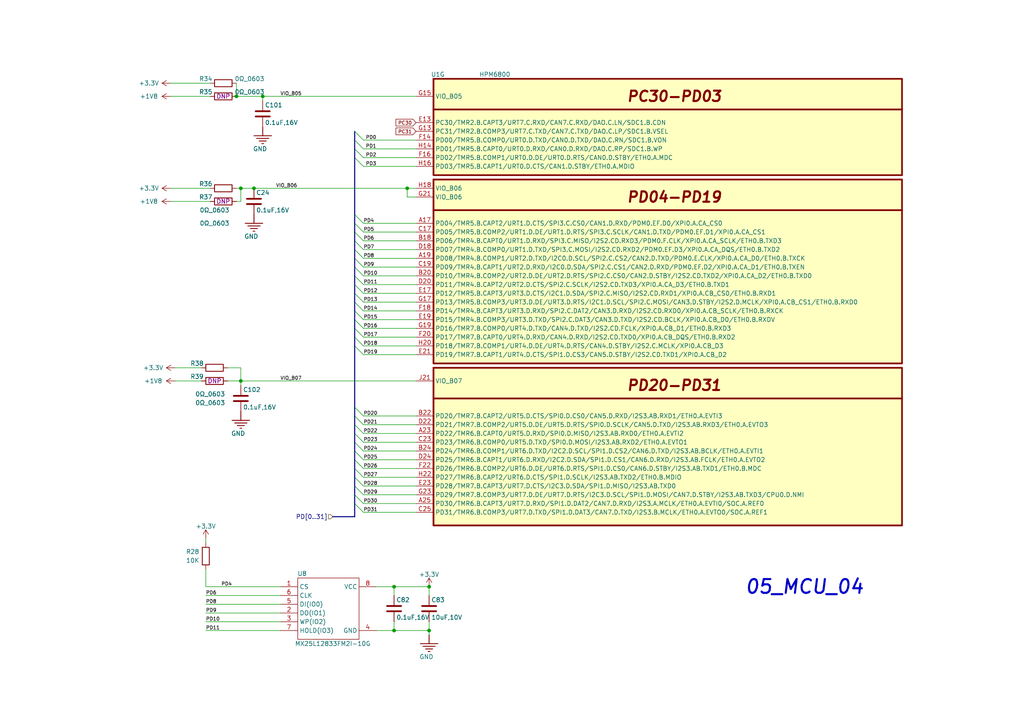
<source format=kicad_sch>
(kicad_sch (version 20230121) (generator eeschema)
  (paper "A4")
  (junction (at 73.66 54.61))
  (junction (at 76.2 27.94))
  (junction (at 124.46 182.88))
  (junction (at 114.3 182.88))
  (junction (at 68.58 27.94))
  (junction (at 69.85 110.49))
  (junction (at 69.85 54.61))
  (junction (at 114.3 170.18))
  (junction (at 124.46 170.18))
  (junction (at 118.11 54.61))
  (bus_entry (at 102.87 123.19) (size 2.54 2.54))
  (bus_entry (at 102.87 38.1) (size 2.54 2.54))
  (bus_entry (at 102.87 69.85) (size 2.54 2.54))
  (bus_entry (at 102.87 133.35) (size 2.54 2.54))
  (bus_entry (at 102.87 74.93) (size 2.54 2.54))
  (bus_entry (at 102.87 138.43) (size 2.54 2.54))
  (bus_entry (at 102.87 90.17) (size 2.54 2.54))
  (bus_entry (at 102.87 62.23) (size 2.54 2.54))
  (bus_entry (at 102.87 130.81) (size 2.54 2.54))
  (bus_entry (at 102.87 45.72) (size 2.54 2.54))
  (bus_entry (at 102.87 82.55) (size 2.54 2.54))
  (bus_entry (at 102.87 140.97) (size 2.54 2.54))
  (bus_entry (at 102.87 64.77) (size 2.54 2.54))
  (bus_entry (at 102.87 40.64) (size 2.54 2.54))
  (bus_entry (at 102.87 120.65) (size 2.54 2.54))
  (bus_entry (at 102.87 95.25) (size 2.54 2.54))
  (bus_entry (at 102.87 85.09) (size 2.54 2.54))
  (bus_entry (at 102.87 92.71) (size 2.54 2.54))
  (bus_entry (at 102.87 67.31) (size 2.54 2.54))
  (bus_entry (at 102.87 100.33) (size 2.54 2.54))
  (bus_entry (at 102.87 146.05) (size 2.54 2.54))
  (bus_entry (at 102.87 80.01) (size 2.54 2.54))
  (bus_entry (at 102.87 143.51) (size 2.54 2.54))
  (bus_entry (at 102.87 77.47) (size 2.54 2.54))
  (bus_entry (at 102.87 135.89) (size 2.54 2.54))
  (bus_entry (at 102.87 87.63) (size 2.54 2.54))
  (bus_entry (at 102.87 128.27) (size 2.54 2.54))
  (bus_entry (at 102.87 97.79) (size 2.54 2.54))
  (bus_entry (at 102.87 118.11) (size 2.54 2.54))
  (bus_entry (at 102.87 43.18) (size 2.54 2.54))
  (bus_entry (at 102.87 125.73) (size 2.54 2.54))
  (bus_entry (at 102.87 72.39) (size 2.54 2.54))
  (wire (pts (xy 59.69 175.26) (xy 81.28 175.26)) (stroke (width 0.15)))
  (wire (pts (xy 105.41 135.89) (xy 120.65 135.89)) (stroke (width 0.15)))
  (wire (pts (xy 105.41 102.87) (xy 120.65 102.87)) (stroke (width 0.15)))
  (wire (pts (xy 49.53 27.94) (xy 60.96 27.94)) (stroke (width 0.15)))
  (bus (pts (xy 102.87 74.93) (xy 102.87 77.47)))
  (bus (pts (xy 102.87 100.33) (xy 102.87 118.11)))
  (wire (pts (xy 105.41 148.59) (xy 120.65 148.59)) (stroke (width 0.15)))
  (wire (pts (xy 105.41 82.55) (xy 120.65 82.55)) (stroke (width 0.15)))
  (wire (pts (xy 105.41 130.81) (xy 120.65 130.81)))
  (bus (pts (xy 102.87 62.23) (xy 102.87 64.77)))
  (wire (pts (xy 105.41 90.17) (xy 120.65 90.17)))
  (wire (pts (xy 114.3 170.18) (xy 114.3 172.72)) (stroke (width 0.15)))
  (wire (pts (xy 59.69 170.18) (xy 59.69 165.1)) (stroke (width 0.15)))
  (bus (pts (xy 102.87 130.81) (xy 102.87 133.35)))
  (bus (pts (xy 102.87 90.17) (xy 102.87 92.71)))
  (bus (pts (xy 102.87 67.31) (xy 102.87 69.85)))
  (wire (pts (xy 105.41 143.51) (xy 120.65 143.51)) (stroke (width 0.15)))
  (wire (pts (xy 105.41 64.77) (xy 120.65 64.77)))
  (wire (pts (xy 69.85 110.49) (xy 120.65 110.49)) (stroke (width 0.15)))
  (wire (pts (xy 105.41 67.31) (xy 120.65 67.31)))
  (bus (pts (xy 102.87 43.18) (xy 102.87 45.72)))
  (wire (pts (xy 69.85 106.68) (xy 69.85 110.49)) (stroke (width 0.15)))
  (wire (pts (xy 49.53 58.42) (xy 60.96 58.42)) (stroke (width 0.15)))
  (bus (pts (xy 102.87 135.89) (xy 102.87 138.43)))
  (bus (pts (xy 102.87 140.97) (xy 102.87 143.51)))
  (bus (pts (xy 102.87 87.63) (xy 102.87 90.17)))
  (wire (pts (xy 66.04 106.68) (xy 69.85 106.68)) (stroke (width 0.15)))
  (wire (pts (xy 59.69 180.34) (xy 81.28 180.34)) (stroke (width 0.15)))
  (wire (pts (xy 124.46 182.88) (xy 124.46 184.15)) (stroke (width 0.15)))
  (bus (pts (xy 102.87 123.19) (xy 102.87 125.73)))
  (bus (pts (xy 102.87 133.35) (xy 102.87 135.89)))
  (wire (pts (xy 105.41 85.09) (xy 120.65 85.09)) (stroke (width 0.15)))
  (bus (pts (xy 102.87 45.72) (xy 102.87 62.23)))
  (wire (pts (xy 105.41 146.05) (xy 120.65 146.05)) (stroke (width 0.15)))
  (wire (pts (xy 49.53 54.61) (xy 60.96 54.61)) (stroke (width 0.15)))
  (wire (pts (xy 50.8 110.49) (xy 58.42 110.49)) (stroke (width 0.15)))
  (wire (pts (xy 68.58 24.13) (xy 68.58 27.94)) (stroke (width 0.15)))
  (wire (pts (xy 105.41 74.93) (xy 120.65 74.93)))
  (bus (pts (xy 102.87 38.1) (xy 102.87 40.64)))
  (bus (pts (xy 102.87 120.65) (xy 102.87 123.19)))
  (bus (pts (xy 102.87 72.39) (xy 102.87 74.93)))
  (wire (pts (xy 69.85 58.42) (xy 69.85 54.61)) (stroke (width 0.15)))
  (bus (pts (xy 96.52 149.86) (xy 102.87 149.86)))
  (wire (pts (xy 68.58 27.94) (xy 76.2 27.94)) (stroke (width 0.15)))
  (wire (pts (xy 76.2 27.94) (xy 120.65 27.94)) (stroke (width 0.15)))
  (wire (pts (xy 114.3 180.34) (xy 114.3 182.88)) (stroke (width 0.15)))
  (wire (pts (xy 105.41 120.65) (xy 120.65 120.65)))
  (wire (pts (xy 105.41 92.71) (xy 120.65 92.71)))
  (wire (pts (xy 114.3 170.18) (xy 124.46 170.18)) (stroke (width 0.15)))
  (wire (pts (xy 109.22 182.88) (xy 114.3 182.88)) (stroke (width 0.15)))
  (wire (pts (xy 105.41 80.01) (xy 120.65 80.01)) (stroke (width 0.15)))
  (wire (pts (xy 59.69 170.18) (xy 81.28 170.18)) (stroke (width 0.15)))
  (wire (pts (xy 105.41 133.35) (xy 120.65 133.35)))
  (wire (pts (xy 105.41 40.64) (xy 120.65 40.64)))
  (wire (pts (xy 105.41 87.63) (xy 120.65 87.63)) (stroke (width 0.15)))
  (wire (pts (xy 105.41 48.26) (xy 120.65 48.26)))
  (bus (pts (xy 102.87 138.43) (xy 102.87 140.97)))
  (bus (pts (xy 102.87 128.27) (xy 102.87 130.81)))
  (wire (pts (xy 105.41 72.39) (xy 120.65 72.39)) (stroke (width 0.15)))
  (wire (pts (xy 69.85 54.61) (xy 73.66 54.61)) (stroke (width 0.15)))
  (wire (pts (xy 59.69 182.88) (xy 81.28 182.88)) (stroke (width 0.15)))
  (bus (pts (xy 102.87 64.77) (xy 102.87 67.31)))
  (wire (pts (xy 124.46 180.34) (xy 124.46 182.88)) (stroke (width 0.15)))
  (wire (pts (xy 68.58 54.61) (xy 69.85 54.61)) (stroke (width 0.15)))
  (bus (pts (xy 102.87 95.25) (xy 102.87 97.79)))
  (bus (pts (xy 102.87 118.11) (xy 102.87 120.65)))
  (bus (pts (xy 102.87 125.73) (xy 102.87 128.27)))
  (wire (pts (xy 80.01 54.61) (xy 118.11 54.61)))
  (bus (pts (xy 102.87 143.51) (xy 102.87 146.05)))
  (bus (pts (xy 102.87 77.47) (xy 102.87 80.01)))
  (wire (pts (xy 105.41 140.97) (xy 120.65 140.97)) (stroke (width 0.15)))
  (wire (pts (xy 66.04 110.49) (xy 69.85 110.49)))
  (bus (pts (xy 102.87 69.85) (xy 102.87 72.39)))
  (wire (pts (xy 105.41 43.18) (xy 120.65 43.18)))
  (wire (pts (xy 49.53 24.13) (xy 60.96 24.13)) (stroke (width 0.15)))
  (wire (pts (xy 105.41 128.27) (xy 120.65 128.27)) (stroke (width 0.15)))
  (wire (pts (xy 109.22 170.18) (xy 114.3 170.18)) (stroke (width 0.15)))
  (wire (pts (xy 105.41 138.43) (xy 120.65 138.43)) (stroke (width 0.15)))
  (wire (pts (xy 105.41 69.85) (xy 120.65 69.85)) (stroke (width 0.15)))
  (wire (pts (xy 59.69 177.8) (xy 81.28 177.8)) (stroke (width 0.15)))
  (wire (pts (xy 118.11 54.61) (xy 120.65 54.61)))
  (wire (pts (xy 120.65 57.15) (xy 118.11 57.15)))
  (wire (pts (xy 118.11 57.15) (xy 118.11 54.61)))
  (wire (pts (xy 50.8 106.68) (xy 58.42 106.68)) (stroke (width 0.15)))
  (bus (pts (xy 102.87 40.64) (xy 102.87 43.18)))
  (wire (pts (xy 105.41 95.25) (xy 120.65 95.25)))
  (bus (pts (xy 102.87 80.01) (xy 102.87 82.55)))
  (wire (pts (xy 76.2 27.94) (xy 76.2 29.21)))
  (bus (pts (xy 102.87 85.09) (xy 102.87 87.63)))
  (wire (pts (xy 68.58 58.42) (xy 69.85 58.42)) (stroke (width 0.15)))
  (wire (pts (xy 59.69 172.72) (xy 81.28 172.72)) (stroke (width 0.15)))
  (wire (pts (xy 73.66 54.61) (xy 80.01 54.61)) (stroke (width 0.15)))
  (bus (pts (xy 102.87 92.71) (xy 102.87 95.25)))
  (wire (pts (xy 124.46 170.18) (xy 124.46 172.72)) (stroke (width 0.15)))
  (wire (pts (xy 69.85 110.49) (xy 69.85 111.76)))
  (wire (pts (xy 105.41 97.79) (xy 120.65 97.79)))
  (wire (pts (xy 114.3 182.88) (xy 124.46 182.88)) (stroke (width 0.15)))
  (bus (pts (xy 102.87 82.55) (xy 102.87 85.09)))
  (wire (pts (xy 105.41 123.19) (xy 120.65 123.19)))
  (wire (pts (xy 105.41 45.72) (xy 120.65 45.72)))
  (wire (pts (xy 105.41 125.73) (xy 120.65 125.73)) (stroke (width 0.15)))
  (bus (pts (xy 102.87 146.05) (xy 102.87 149.86)))
  (wire (pts (xy 59.69 156.21) (xy 59.69 157.48)))
  (bus (pts (xy 102.87 97.79) (xy 102.87 100.33)))
  (wire (pts (xy 105.41 100.33) (xy 120.65 100.33)) (stroke (width 0.15)))
  (wire (pts (xy 105.41 77.47) (xy 120.65 77.47)))
  (text "05_MCU_04\n" (at 215.9 172.72 0) (effects (font (size 4 4) (thickness 0.6) bold italic) (justify left bottom)))
  (label "PD0" (at 106.045 40.64 0) (effects (font (size 1 1))) (property "Intersheetrefs" "${INTERSHEET_REFS}" (effects hide)))
  (label "PD4" (at 105.41 64.77 0) (effects (font (size 1 1))) (property "Intersheetrefs" "${INTERSHEET_REFS}" (effects hide)))
  (label "PD19" (at 105.41 102.87 0) (effects (font (size 1 1))))
  (label "PD18" (at 105.41 100.33 0) (effects (font (size 1 1))))
  (label "PD7" (at 105.41 72.39 0) (effects (font (size 1 1))))
  (label "PD17" (at 105.41 97.79 0) (effects (font (size 1 1))) (property "Intersheetrefs" "${INTERSHEET_REFS}" (effects hide)))
  (label "PD3" (at 106.045 48.26 0) (effects (font (size 1 1))))
  (label "PD4" (at 67.31 170.18 180) (effects (font (size 1 1))))
  (label "PD5" (at 105.41 67.31 0) (effects (font (size 1 1))) (property "Intersheetrefs" "${INTERSHEET_REFS}" (effects hide)))
  (label "PD13" (at 105.41 87.63 0) (effects (font (size 1 1))))
  (label "PD15" (at 105.41 92.71 0) (effects (font (size 1 1))) (property "Intersheetrefs" "${INTERSHEET_REFS}" (effects hide)))
  (label "PD25" (at 105.41 133.35 0) (effects (font (size 1 1))) (property "Intersheetrefs" "${INTERSHEET_REFS}" (effects hide)))
  (label "PD11" (at 105.41 82.55 0) (effects (font (size 1 1))))
  (label "PD8" (at 105.41 74.93 0) (effects (font (size 1 1))) (property "Intersheetrefs" "${INTERSHEET_REFS}" (effects hide)))
  (label "PD23" (at 105.41 128.27 0) (effects (font (size 1 1))))
  (label "PD29" (at 105.41 143.51 0) (effects (font (size 1 1))))
  (label "VIO_B07" (at 81.28 110.49 0) (effects (font (size 1 1))))
  (label "PD9" (at 59.69 177.8 0) (effects (font (size 1 1))))
  (label "PD10" (at 105.41 80.01 0) (effects (font (size 1 1))))
  (label "PD31" (at 105.41 148.59 0) (effects (font (size 1 1))))
  (label "PD30" (at 105.41 146.05 0) (effects (font (size 1 1))))
  (label "PD8" (at 59.69 175.26 0) (effects (font (size 1 1))))
  (label "PD11" (at 59.69 182.88 0) (effects (font (size 1 1))))
  (label "PD6" (at 59.69 172.72 0) (effects (font (size 1 1))))
  (label "PD9" (at 105.41 77.47 0) (effects (font (size 1 1))) (property "Intersheetrefs" "${INTERSHEET_REFS}" (effects hide)))
  (label "VIO_B06" (at 80.01 54.61 0) (effects (font (size 1 1))))
  (label "PD16" (at 105.41 95.25 0) (effects (font (size 1 1))) (property "Intersheetrefs" "${INTERSHEET_REFS}" (effects hide)))
  (label "PD20" (at 105.41 120.65 0) (effects (font (size 1 1))) (property "Intersheetrefs" "${INTERSHEET_REFS}" (effects hide)))
  (label "PD2" (at 106.045 45.72 0) (effects (font (size 1 1))))
  (label "PD6" (at 105.41 69.85 0) (effects (font (size 1 1))))
  (label "PD24" (at 105.41 130.81 0) (effects (font (size 1 1))) (property "Intersheetrefs" "${INTERSHEET_REFS}" (effects hide)))
  (label "PD27" (at 105.41 138.43 0) (effects (font (size 1 1))))
  (label "PD12" (at 105.41 85.09 0) (effects (font (size 1 1))))
  (label "PD10" (at 59.69 180.34 0) (effects (font (size 1 1))))
  (label "PD26" (at 105.41 135.89 0) (effects (font (size 1 1))))
  (label "PD1" (at 106.045 43.18 0) (effects (font (size 1 1))) (property "Intersheetrefs" "${INTERSHEET_REFS}" (effects hide)))
  (label "PD28" (at 105.41 140.97 0) (effects (font (size 1 1))))
  (label "VIO_B05" (at 81.28 27.94 0) (effects (font (size 1 1))))
  (label "PD22" (at 105.41 125.73 0) (effects (font (size 1 1))))
  (label "PD14" (at 105.41 90.17 0) (effects (font (size 1 1))) (property "Intersheetrefs" "${INTERSHEET_REFS}" (effects hide)))
  (label "PD21" (at 105.41 123.19 0) (effects (font (size 1 1))) (property "Intersheetrefs" "${INTERSHEET_REFS}" (effects hide)))
  (global_label "PC30" (shape input) (at 120.65 35.56 180) (effects (font (size 1 1))) (property "Intersheetrefs" "${INTERSHEET_REFS}" (effects hide)))
  (global_label "PC31" (shape input) (at 120.65 38.1 180) (effects (font (size 1 1))) (property "Intersheetrefs" "${INTERSHEET_REFS}" (effects hide)))
  (hierarchical_label "PD[0..31]" (shape input) (at 96.52 149.86 180))
  (symbol (lib_id "333-altium-import:GND") (at 76.2 36.83 0) (unit 1)
    (property "Reference" "#PWR0124" (effects hide))
    (property "Value" "GND" (at 77.47 43.18 0) (effects (justify right)))
  )
  (symbol (lib_name "0.1uF,16V_3") (lib_id "03_HPM_Capacitance:0.1uF,16V") (at 76.2 33.02 0) (unit 1)
    (property "Reference" "C101" (at 76.835 30.48 0) (effects (justify left)))
    (property "Value" "0.1uF,16V" (at 76.835 35.56 0) (effects (justify left)))
    (property "Footprint" "03_HPM_Capacitance:C_0402" (effects hide))
    (property "Model" "CL05B104KO5NNNC" (effects hide))
    (property "Company" "SAMSUNG(三星)" (effects hide))
  )
  (symbol (lib_name "0.1uF,16V_1") (lib_id "03_HPM_Capacitance:0.1uF,16V") (at 114.3 176.53 0) (unit 1)
    (property "Reference" "C82" (at 114.935 173.99 0) (effects (justify left)))
    (property "Value" "0.1uF,16V" (at 114.935 179.07 0) (effects (justify left)))
    (property "Footprint" "03_HPM_Capacitance:C_0402" (effects hide))
    (property "Model" "CL05B104KO5NNNC" (effects hide))
    (property "Company" "SAMSUNG(三星)" (effects hide))
  )
  (symbol (lib_id "power:+3.3V") (at 49.53 54.61 90) (unit 1)
    (property "Reference" "#PWR0217" (effects hide))
    (property "Value" "+3.3V" (at 43.18 54.61 90))
  )
  (symbol (lib_id "333-altium-import:GND") (at 124.46 184.15 0) (unit 1)
    (property "Reference" "#PWR0196" (effects hide))
    (property "Value" "GND" (at 125.73 190.5 0) (effects (justify right)))
  )
  (symbol (lib_id "power:+1V8") (at 50.8 110.49 90) (unit 1)
    (property "Reference" "#PWR0213" (effects hide))
    (property "Value" "+1V8" (at 44.45 110.49 90))
  )
  (symbol (lib_id "power:+1V8") (at 49.53 27.94 90) (unit 1)
    (property "Reference" "#PWR0215" (effects hide))
    (property "Value" "+1V8" (at 43.18 27.94 90))
  )
  (symbol (lib_id "power:+3.3V") (at 50.8 106.68 90) (unit 1)
    (property "Reference" "#PWR0212" (effects hide))
    (property "Value" "+3.3V" (at 44.45 106.68 90))
  )
  (symbol (lib_id "02_HPM_Resistor:0Ω_0603") (at 62.23 110.49 0) (unit 1)
    (property "Reference" "R39" (at 57.15 109.22 0))
    (property "Value" "0Ω_0603" (at 60.96 116.84 0))
    (property "Footprint" "02_HPM_Resistor:R_0603" (effects hide))
    (property "Model" "0603WAF0000T5E" (effects hide))
    (property "Company" "UNI-ROYAL(厚声)" (effects hide))
    (property "ASSY_OPT" "DNP" (at 62.23 110.49 0))
  )
  (symbol (lib_id "02_HPM_Resistor:0Ω_0603") (at 62.23 106.68 0) (unit 1)
    (property "Reference" "R38" (at 57.15 105.41 0))
    (property "Value" "0Ω_0603" (at 60.96 114.3 0))
    (property "Footprint" "02_HPM_Resistor:R_0603_1608Metric" (effects hide))
    (property "Model" "0603WAF0000T5E" (effects hide))
    (property "Company" "UNI-ROYAL(厚声)" (effects hide))
  )
  (symbol (lib_id "power:+3.3V") (at 124.46 170.18 0) (unit 1)
    (property "Reference" "#PWR0195" (effects hide))
    (property "Value" "+3.3V" (at 124.46 166.624 0))
  )
  (symbol (lib_id "03_HPM_Capacitance:0.1uF,16V") (at 69.85 115.57 0) (unit 1)
    (property "Reference" "C102" (at 70.485 113.03 0) (effects (justify left)))
    (property "Value" "0.1uF,16V" (at 70.485 118.11 0) (effects (justify left)))
    (property "Footprint" "03_HPM_Capacitance:C_0402" (effects hide))
    (property "Model" "CL05B104KO5NNNC" (effects hide))
    (property "Company" "SAMSUNG(三星)" (effects hide))
  )
  (symbol (lib_id "00_HPM6800_Library:HPM6880IBD1") (at 261.62 22.86 0) (unit 7)
    (property "Reference" "U1" (at 127 21.59 0))
    (property "Value" "HPM6800" (at 143.51 21.59 0))
    (property "Footprint" "00_HPM_Library:BGA_417" (effects hide))
    (property "Company" "HPM" (effects hide))
  )
  (symbol (lib_id "02_HPM_Resistor:0Ω_0603") (at 64.77 27.94 0) (unit 1)
    (property "Reference" "R35" (at 59.69 26.67 0))
    (property "Value" "0Ω_0603" (at 72.39 26.67 0))
    (property "Footprint" "02_HPM_Resistor:R_0603" (effects hide))
    (property "Model" "0603WAF0000T5E" (effects hide))
    (property "Company" "UNI-ROYAL(厚声)" (effects hide))
    (property "ASSY_OPT" "DNP" (at 64.77 27.94 0))
  )
  (symbol (lib_id "333-altium-import:GND") (at 69.85 119.38 0) (unit 1)
    (property "Reference" "#PWR08" (effects hide))
    (property "Value" "GND" (at 71.12 125.73 0) (effects (justify right)))
  )
  (symbol (lib_id "333-altium-import:GND") (at 73.66 62.23 0) (unit 1)
    (property "Reference" "#PWR07" (effects hide))
    (property "Value" "GND" (at 74.93 68.58 0) (effects (justify right)))
  )
  (symbol (lib_id "power:+3.3V") (at 49.53 24.13 90) (unit 1)
    (property "Reference" "#PWR0214" (effects hide))
    (property "Value" "+3.3V" (at 43.18 24.13 90))
  )
  (symbol (lib_id "power:+3.3V") (at 59.69 156.21 0) (unit 1)
    (property "Reference" "#PWR0197" (effects hide))
    (property "Value" "+3.3V" (at 59.69 152.654 0))
  )
  (symbol (lib_id "02_HPM_Resistor:0Ω_0603") (at 64.77 24.13 0) (unit 1)
    (property "Reference" "R34" (at 59.69 22.86 0))
    (property "Value" "0Ω_0603" (at 72.39 22.86 0))
    (property "Footprint" "02_HPM_Resistor:R_0603_1608Metric" (effects hide))
    (property "Model" "0603WAF0000T5E" (effects hide))
    (property "Company" "UNI-ROYAL(厚声)" (effects hide))
  )
  (symbol (lib_id "power:+1V8") (at 49.53 58.42 90) (unit 1)
    (property "Reference" "#PWR0216" (effects hide))
    (property "Value" "+1V8" (at 43.18 58.42 90))
  )
  (symbol (lib_id "03_HPM_Capacitance:10uF,10V") (at 124.46 176.53 0) (unit 1)
    (property "Reference" "C83" (at 125.095 173.99 0) (effects (justify left)))
    (property "Value" "10uF,10V" (at 125.095 179.07 0) (effects (justify left)))
    (property "Footprint" "03_HPM_Capacitance:C_0402" (effects hide))
    (property "Model" "CL05A106MP5NUNC" (effects hide))
    (property "Company" " SAMSUNG(三星)" (effects hide))
  )
  (symbol (lib_name "0.1uF,16V_2") (lib_id "03_HPM_Capacitance:0.1uF,16V") (at 73.66 58.42 0) (unit 1)
    (property "Reference" "C24" (at 74.295 55.88 0) (effects (justify left)))
    (property "Value" "0.1uF,16V" (at 74.295 60.96 0) (effects (justify left)))
    (property "Footprint" "03_HPM_Capacitance:C_0402" (effects hide))
    (property "Model" "CL05B104KO5NNNC" (effects hide))
    (property "Company" "SAMSUNG(三星)" (effects hide))
  )
  (symbol (lib_id "02_HPM_Resistor:0Ω_0603") (at 64.77 54.61 0) (unit 1)
    (property "Reference" "R36" (at 59.69 53.34 0))
    (property "Value" "0Ω_0603" (at 62.23 60.96 0))
    (property "Footprint" "02_HPM_Resistor:R_0603_1608Metric" (effects hide))
    (property "Model" "0603WAF0000T5E" (effects hide))
    (property "Company" "UNI-ROYAL(厚声)" (effects hide))
  )
  (symbol (lib_id "02_HPM_Resistor:0Ω_0603") (at 64.77 58.42 0) (unit 1)
    (property "Reference" "R37" (at 59.69 57.15 0))
    (property "Value" "0Ω_0603" (at 62.23 64.77 0))
    (property "Footprint" "02_HPM_Resistor:R_0603" (effects hide))
    (property "Model" "0603WAF0000T5E" (effects hide))
    (property "Company" "UNI-ROYAL(厚声)" (effects hide))
    (property "ASSY_OPT" "DNP" (at 64.77 58.42 0))
  )
  (symbol (lib_id "02_HPM_Resistor:10K") (at 59.69 161.29 90) (unit 1)
    (property "Reference" "R28" (at 55.88 160.02 90))
    (property "Value" "10K" (at 55.88 162.56 90))
    (property "Footprint" "02_HPM_Resistor:R_0402_1005Metric" (effects hide))
    (property "Model" "0402WGF1002TCE" (effects hide))
    (property "Company" "UNI-ROYAL(厚声)" (effects hide))
  )
  (symbol (lib_id "1HPM0531:W25Q128FVSIG") (at 86.36 167.64 0) (unit 1)
    (property "Reference" "U8" (at 87.63 166.37 0))
    (property "Value" "MX25L12833FM2I-10G" (at 96.52 186.69 0))
    (property "Footprint" "10_HPM_Storage:SOIC8_208mil" (effects hide))
    (property "Model" "MX25L12833FM2I-10G" (effects hide))
    (property "Company" " MXIC(旺宏电子)" (effects hide))
  )
)
</source>
